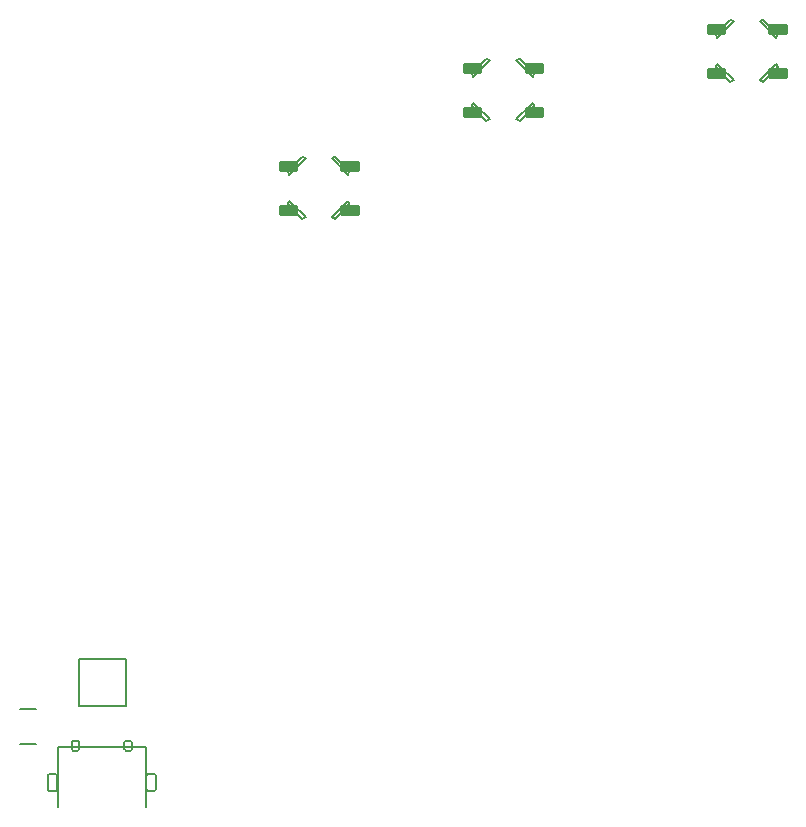
<source format=gbr>
G04 #@! TF.FileFunction,Drawing*
%FSLAX46Y46*%
G04 Gerber Fmt 4.6, Leading zero omitted, Abs format (unit mm)*
G04 Created by KiCad (PCBNEW 4.0.7) date Monday, 12 '12e' March '12e' 2018, 16:45:08*
%MOMM*%
%LPD*%
G01*
G04 APERTURE LIST*
%ADD10C,0.100000*%
%ADD11C,0.127000*%
%ADD12C,0.381000*%
G04 APERTURE END LIST*
D10*
D11*
X135230000Y-128000000D02*
G75*
G03X135470000Y-127760000I0J240000D01*
G01*
X135530000Y-129280000D02*
X135530000Y-124280000D01*
X135230000Y-128000000D02*
X134880000Y-128000000D01*
X135467500Y-126730000D02*
X135467500Y-127790000D01*
X142930000Y-124280000D02*
X135530000Y-124280000D01*
X141650000Y-124555000D02*
G75*
G03X141780000Y-124425000I0J130000D01*
G01*
X134642500Y-126730000D02*
X134642500Y-127780000D01*
X134640000Y-127760000D02*
G75*
G03X134880000Y-128000000I240000J0D01*
G01*
X143580000Y-126500000D02*
X143550000Y-126500000D01*
X143580000Y-128000000D02*
X143230000Y-128000000D01*
X143540000Y-126500000D02*
X143230000Y-126500000D01*
X143820000Y-126740000D02*
G75*
G03X143580000Y-126500000I-240000J0D01*
G01*
X143580000Y-128000000D02*
G75*
G03X143820000Y-127760000I0J240000D01*
G01*
X137330000Y-123825000D02*
G75*
G03X137170000Y-123695000I-145000J-15000D01*
G01*
X137170000Y-124555000D02*
X136780000Y-124555000D01*
X137170000Y-123695000D02*
X136780000Y-123695000D01*
X136680000Y-123825000D02*
X136680000Y-124425000D01*
X136780000Y-123695000D02*
G75*
G03X136680000Y-123825000I15000J-115000D01*
G01*
X137170000Y-124555000D02*
G75*
G03X137330000Y-124425000I15000J145000D01*
G01*
X136680000Y-124425000D02*
G75*
G03X136780000Y-124555000I115000J-15000D01*
G01*
X141780000Y-123825000D02*
G75*
G03X141650000Y-123695000I-130000J0D01*
G01*
X141780000Y-123825000D02*
X141780000Y-124425000D01*
X141650000Y-123695000D02*
X141260000Y-123695000D01*
X141260000Y-123695000D02*
G75*
G03X141130000Y-123825000I0J-130000D01*
G01*
X141650000Y-124555000D02*
X141260000Y-124555000D01*
X137330000Y-123825000D02*
X137330000Y-124425000D01*
X141130000Y-124425000D02*
G75*
G03X141260000Y-124555000I130000J0D01*
G01*
X141130000Y-123825000D02*
X141130000Y-124425000D01*
X142930000Y-129280000D02*
X142930000Y-124280000D01*
X143230000Y-126500000D02*
G75*
G03X142990000Y-126740000I0J-240000D01*
G01*
X143817500Y-126730000D02*
X143817500Y-127790000D01*
X142992500Y-126730000D02*
X142992500Y-127780000D01*
X142990000Y-127760000D02*
G75*
G03X143230000Y-128000000I240000J0D01*
G01*
X135230000Y-126500000D02*
X135200000Y-126500000D01*
X135470000Y-126740000D02*
G75*
G03X135230000Y-126500000I-240000J0D01*
G01*
X135190000Y-126500000D02*
X134880000Y-126500000D01*
X134880000Y-126500000D02*
G75*
G03X134640000Y-126740000I0J-240000D01*
G01*
D12*
G36*
X160798650Y-78995000D02*
X159595000Y-78995000D01*
X159595000Y-78496820D01*
X160798650Y-78496820D01*
X160798650Y-78995000D01*
G37*
X160798650Y-78995000D02*
X159595000Y-78995000D01*
X159595000Y-78496820D01*
X160798650Y-78496820D01*
X160798650Y-78995000D01*
G36*
X155589330Y-78995000D02*
X154395000Y-78995000D01*
X154395000Y-78499510D01*
X155589330Y-78499510D01*
X155589330Y-78995000D01*
G37*
X155589330Y-78995000D02*
X154395000Y-78995000D01*
X154395000Y-78499510D01*
X155589330Y-78499510D01*
X155589330Y-78995000D01*
G36*
X160798680Y-75295000D02*
X159595000Y-75295000D01*
X159595000Y-74792580D01*
X160798680Y-74792580D01*
X160798680Y-75295000D01*
G37*
X160798680Y-75295000D02*
X159595000Y-75295000D01*
X159595000Y-74792580D01*
X160798680Y-74792580D01*
X160798680Y-75295000D01*
G36*
X155591500Y-75295000D02*
X154395000Y-75295000D01*
X154395000Y-74791330D01*
X155591500Y-74791330D01*
X155591500Y-75295000D01*
G37*
X155591500Y-75295000D02*
X154395000Y-75295000D01*
X154395000Y-74791330D01*
X155591500Y-74791330D01*
X155591500Y-75295000D01*
D11*
X160100000Y-75800000D02*
X158700000Y-74400000D01*
X156500000Y-74400000D02*
X155100000Y-75800000D01*
X160100000Y-78000000D02*
X158700000Y-79400000D01*
X156500000Y-79400000D02*
X155100000Y-78000000D01*
X160200000Y-78300000D02*
X159000000Y-79500000D01*
X159000000Y-79500000D02*
X158700000Y-79400000D01*
X160200000Y-78300000D02*
X160100000Y-78000000D01*
X156200000Y-79500000D02*
X155000000Y-78300000D01*
X160200000Y-75500000D02*
X159000000Y-74300000D01*
X159000000Y-74300000D02*
X158700000Y-74400000D01*
X160200000Y-75500000D02*
X160100000Y-75800000D01*
X156200000Y-74300000D02*
X155000000Y-75500000D01*
X155000000Y-75500000D02*
X155100000Y-75800000D01*
X156200000Y-74300000D02*
X156500000Y-74400000D01*
X156200000Y-79500000D02*
X156500000Y-79400000D01*
X155000000Y-78300000D02*
X155100000Y-78000000D01*
D12*
G36*
X197048650Y-67395000D02*
X195845000Y-67395000D01*
X195845000Y-66896820D01*
X197048650Y-66896820D01*
X197048650Y-67395000D01*
G37*
X197048650Y-67395000D02*
X195845000Y-67395000D01*
X195845000Y-66896820D01*
X197048650Y-66896820D01*
X197048650Y-67395000D01*
G36*
X191839330Y-67395000D02*
X190645000Y-67395000D01*
X190645000Y-66899510D01*
X191839330Y-66899510D01*
X191839330Y-67395000D01*
G37*
X191839330Y-67395000D02*
X190645000Y-67395000D01*
X190645000Y-66899510D01*
X191839330Y-66899510D01*
X191839330Y-67395000D01*
G36*
X197048680Y-63695000D02*
X195845000Y-63695000D01*
X195845000Y-63192580D01*
X197048680Y-63192580D01*
X197048680Y-63695000D01*
G37*
X197048680Y-63695000D02*
X195845000Y-63695000D01*
X195845000Y-63192580D01*
X197048680Y-63192580D01*
X197048680Y-63695000D01*
G36*
X191841500Y-63695000D02*
X190645000Y-63695000D01*
X190645000Y-63191330D01*
X191841500Y-63191330D01*
X191841500Y-63695000D01*
G37*
X191841500Y-63695000D02*
X190645000Y-63695000D01*
X190645000Y-63191330D01*
X191841500Y-63191330D01*
X191841500Y-63695000D01*
D11*
X196350000Y-64200000D02*
X194950000Y-62800000D01*
X192750000Y-62800000D02*
X191350000Y-64200000D01*
X196350000Y-66400000D02*
X194950000Y-67800000D01*
X192750000Y-67800000D02*
X191350000Y-66400000D01*
X196450000Y-66700000D02*
X195250000Y-67900000D01*
X195250000Y-67900000D02*
X194950000Y-67800000D01*
X196450000Y-66700000D02*
X196350000Y-66400000D01*
X192450000Y-67900000D02*
X191250000Y-66700000D01*
X196450000Y-63900000D02*
X195250000Y-62700000D01*
X195250000Y-62700000D02*
X194950000Y-62800000D01*
X196450000Y-63900000D02*
X196350000Y-64200000D01*
X192450000Y-62700000D02*
X191250000Y-63900000D01*
X191250000Y-63900000D02*
X191350000Y-64200000D01*
X192450000Y-62700000D02*
X192750000Y-62800000D01*
X192450000Y-67900000D02*
X192750000Y-67800000D01*
X191250000Y-66700000D02*
X191350000Y-66400000D01*
X141270000Y-116770000D02*
X141270000Y-120770000D01*
X141270000Y-120770000D02*
X137270000Y-120770000D01*
X137270000Y-120770000D02*
X137270000Y-116770000D01*
X137270000Y-116770000D02*
X141270000Y-116770000D01*
X133700000Y-124020000D02*
X132300000Y-124020000D01*
X132300000Y-120980000D02*
X133700000Y-120980000D01*
D12*
G36*
X176398650Y-70695000D02*
X175195000Y-70695000D01*
X175195000Y-70196820D01*
X176398650Y-70196820D01*
X176398650Y-70695000D01*
G37*
X176398650Y-70695000D02*
X175195000Y-70695000D01*
X175195000Y-70196820D01*
X176398650Y-70196820D01*
X176398650Y-70695000D01*
G36*
X171189330Y-70695000D02*
X169995000Y-70695000D01*
X169995000Y-70199510D01*
X171189330Y-70199510D01*
X171189330Y-70695000D01*
G37*
X171189330Y-70695000D02*
X169995000Y-70695000D01*
X169995000Y-70199510D01*
X171189330Y-70199510D01*
X171189330Y-70695000D01*
G36*
X176398680Y-66995000D02*
X175195000Y-66995000D01*
X175195000Y-66492580D01*
X176398680Y-66492580D01*
X176398680Y-66995000D01*
G37*
X176398680Y-66995000D02*
X175195000Y-66995000D01*
X175195000Y-66492580D01*
X176398680Y-66492580D01*
X176398680Y-66995000D01*
G36*
X171191500Y-66995000D02*
X169995000Y-66995000D01*
X169995000Y-66491330D01*
X171191500Y-66491330D01*
X171191500Y-66995000D01*
G37*
X171191500Y-66995000D02*
X169995000Y-66995000D01*
X169995000Y-66491330D01*
X171191500Y-66491330D01*
X171191500Y-66995000D01*
D11*
X175700000Y-67500000D02*
X174300000Y-66100000D01*
X172100000Y-66100000D02*
X170700000Y-67500000D01*
X175700000Y-69700000D02*
X174300000Y-71100000D01*
X172100000Y-71100000D02*
X170700000Y-69700000D01*
X175800000Y-70000000D02*
X174600000Y-71200000D01*
X174600000Y-71200000D02*
X174300000Y-71100000D01*
X175800000Y-70000000D02*
X175700000Y-69700000D01*
X171800000Y-71200000D02*
X170600000Y-70000000D01*
X175800000Y-67200000D02*
X174600000Y-66000000D01*
X174600000Y-66000000D02*
X174300000Y-66100000D01*
X175800000Y-67200000D02*
X175700000Y-67500000D01*
X171800000Y-66000000D02*
X170600000Y-67200000D01*
X170600000Y-67200000D02*
X170700000Y-67500000D01*
X171800000Y-66000000D02*
X172100000Y-66100000D01*
X171800000Y-71200000D02*
X172100000Y-71100000D01*
X170600000Y-70000000D02*
X170700000Y-69700000D01*
M02*

</source>
